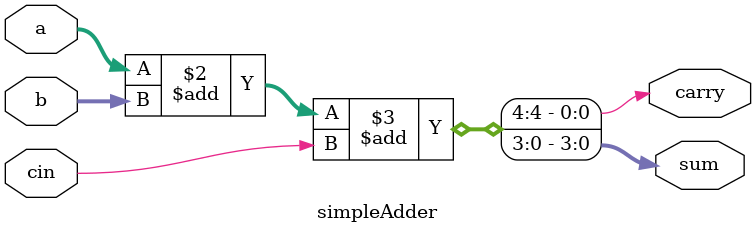
<source format=v>
/*
 * Copyright (c) 2024 Your Name
 * SPDX-License-Identifier: Apache-2.0
 */

`default_nettype none

module tt_um_example (
    input  wire [7:0] ui_in,    // Dedicated inputs
    output wire [7:0] uo_out,   // Dedicated outputs
    input  wire [7:0] uio_in,   // IOs: Input path
    output wire [7:0] uio_out,  // IOs: Output path
    output wire [7:0] uio_oe,   // IOs: Enable path (active high: 0=input, 1=output)
    input  wire       ena,      // always 1 when the design is powered, so you can ignore it
    input  wire       clk,      // clock
    input  wire       rst_n     // reset_n - low to reset
);

  // All output pins must be assigned. If not used, assign to 0.
    /*
    assign uo_out[6:1]  = 6'b0;  // Example: ou_out is the sum of ui_in and uio_in
    assign uo_out[0] = clockDivider;
    assign uo_out[7] = &{ena, clk, rst_n, 1'b0} && &ui_in; 
    assign uio_out = 0;
    assign uio_oe  = 1;
    */
    
  // List all unused inputs to prevent warnings
  wire _unused = |{ena, clk, rst_n, 1'b0};

    wire [3:0] a, b, sum;
    wire cin, carry;
  //assign 
    assign a = ui_in[7:4];
    assign b = ui_in[3:0];
    assign cin = uio_in[0];
    assign uio_oe = {7'b1111111, 1'b0};
    assign uo_out = {3'b000, carry, sum};
    assign uio_out = 8'b0000_0000;
    
    simpleAdder add1 (
        .a(a),
        .b(b),
        .cin(cin),
        .sum(sum),
        .carry(carry)
    );
  
endmodule


module simpleAdder (
    input [3:0] a,
    input [3:0] b,
    input cin,
    output reg [3:0] sum,
    output reg carry
);
    always @ (*)
        {carry, sum} = a + b + cin;
    
endmodule

</source>
